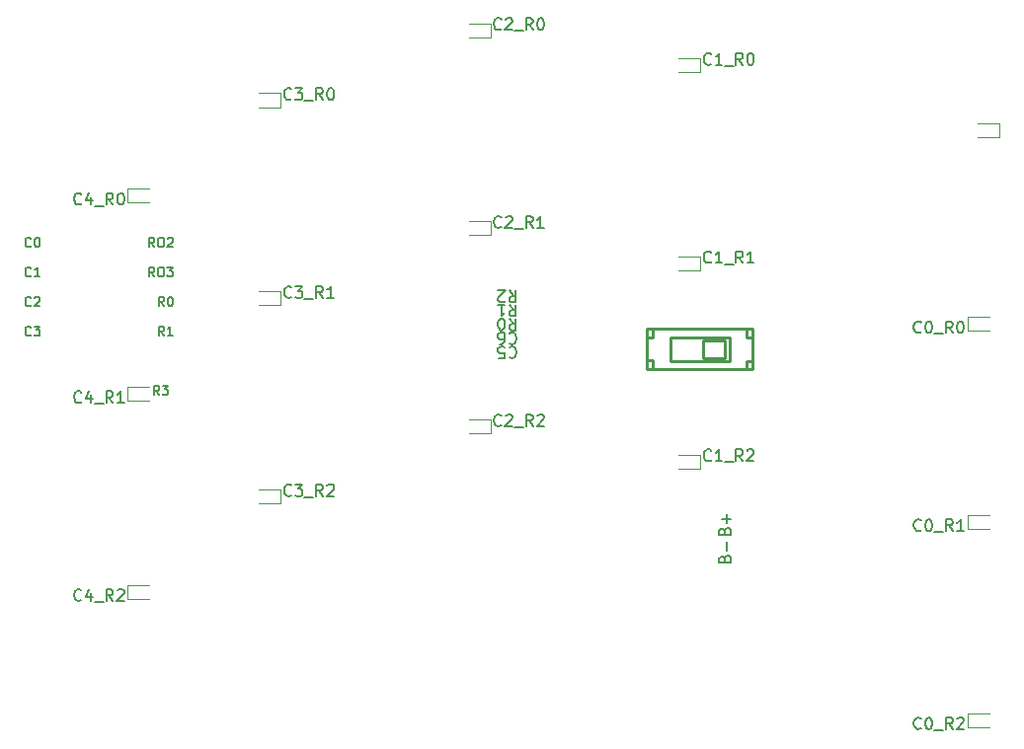
<source format=gbr>
%TF.GenerationSoftware,KiCad,Pcbnew,(7.0.0-0)*%
%TF.CreationDate,2023-06-16T13:30:14+08:00*%
%TF.ProjectId,right,72696768-742e-46b6-9963-61645f706362,v1.0.0*%
%TF.SameCoordinates,Original*%
%TF.FileFunction,Legend,Bot*%
%TF.FilePolarity,Positive*%
%FSLAX46Y46*%
G04 Gerber Fmt 4.6, Leading zero omitted, Abs format (unit mm)*
G04 Created by KiCad (PCBNEW (7.0.0-0)) date 2023-06-16 13:30:14*
%MOMM*%
%LPD*%
G01*
G04 APERTURE LIST*
%ADD10C,0.150000*%
%ADD11C,0.120000*%
%ADD12C,0.254000*%
G04 APERTURE END LIST*
D10*
%TO.C,S1*%
X-1523809Y30727857D02*
X-1571428Y30680238D01*
X-1571428Y30680238D02*
X-1714285Y30632619D01*
X-1714285Y30632619D02*
X-1809523Y30632619D01*
X-1809523Y30632619D02*
X-1952380Y30680238D01*
X-1952380Y30680238D02*
X-2047618Y30775476D01*
X-2047618Y30775476D02*
X-2095237Y30870714D01*
X-2095237Y30870714D02*
X-2142856Y31061190D01*
X-2142856Y31061190D02*
X-2142856Y31204047D01*
X-2142856Y31204047D02*
X-2095237Y31394523D01*
X-2095237Y31394523D02*
X-2047618Y31489761D01*
X-2047618Y31489761D02*
X-1952380Y31585000D01*
X-1952380Y31585000D02*
X-1809523Y31632619D01*
X-1809523Y31632619D02*
X-1714285Y31632619D01*
X-1714285Y31632619D02*
X-1571428Y31585000D01*
X-1571428Y31585000D02*
X-1523809Y31537380D01*
X-666666Y31299285D02*
X-666666Y30632619D01*
X-904761Y31680238D02*
X-1142856Y30965952D01*
X-1142856Y30965952D02*
X-523809Y30965952D01*
X-380952Y30537380D02*
X380952Y30537380D01*
X1190476Y30632619D02*
X857143Y31108809D01*
X619048Y30632619D02*
X619048Y31632619D01*
X619048Y31632619D02*
X1000000Y31632619D01*
X1000000Y31632619D02*
X1095238Y31585000D01*
X1095238Y31585000D02*
X1142857Y31537380D01*
X1142857Y31537380D02*
X1190476Y31442142D01*
X1190476Y31442142D02*
X1190476Y31299285D01*
X1190476Y31299285D02*
X1142857Y31204047D01*
X1142857Y31204047D02*
X1095238Y31156428D01*
X1095238Y31156428D02*
X1000000Y31108809D01*
X1000000Y31108809D02*
X619048Y31108809D01*
X1809524Y31632619D02*
X1904762Y31632619D01*
X1904762Y31632619D02*
X2000000Y31585000D01*
X2000000Y31585000D02*
X2047619Y31537380D01*
X2047619Y31537380D02*
X2095238Y31442142D01*
X2095238Y31442142D02*
X2142857Y31251666D01*
X2142857Y31251666D02*
X2142857Y31013571D01*
X2142857Y31013571D02*
X2095238Y30823095D01*
X2095238Y30823095D02*
X2047619Y30727857D01*
X2047619Y30727857D02*
X2000000Y30680238D01*
X2000000Y30680238D02*
X1904762Y30632619D01*
X1904762Y30632619D02*
X1809524Y30632619D01*
X1809524Y30632619D02*
X1714286Y30680238D01*
X1714286Y30680238D02*
X1666667Y30727857D01*
X1666667Y30727857D02*
X1619048Y30823095D01*
X1619048Y30823095D02*
X1571429Y31013571D01*
X1571429Y31013571D02*
X1571429Y31251666D01*
X1571429Y31251666D02*
X1619048Y31442142D01*
X1619048Y31442142D02*
X1666667Y31537380D01*
X1666667Y31537380D02*
X1714286Y31585000D01*
X1714286Y31585000D02*
X1809524Y31632619D01*
%TO.C,S2*%
X-1523809Y13727857D02*
X-1571428Y13680238D01*
X-1571428Y13680238D02*
X-1714285Y13632619D01*
X-1714285Y13632619D02*
X-1809523Y13632619D01*
X-1809523Y13632619D02*
X-1952380Y13680238D01*
X-1952380Y13680238D02*
X-2047618Y13775476D01*
X-2047618Y13775476D02*
X-2095237Y13870714D01*
X-2095237Y13870714D02*
X-2142856Y14061190D01*
X-2142856Y14061190D02*
X-2142856Y14204047D01*
X-2142856Y14204047D02*
X-2095237Y14394523D01*
X-2095237Y14394523D02*
X-2047618Y14489761D01*
X-2047618Y14489761D02*
X-1952380Y14585000D01*
X-1952380Y14585000D02*
X-1809523Y14632619D01*
X-1809523Y14632619D02*
X-1714285Y14632619D01*
X-1714285Y14632619D02*
X-1571428Y14585000D01*
X-1571428Y14585000D02*
X-1523809Y14537380D01*
X-666666Y14299285D02*
X-666666Y13632619D01*
X-904761Y14680238D02*
X-1142856Y13965952D01*
X-1142856Y13965952D02*
X-523809Y13965952D01*
X-380952Y13537380D02*
X380952Y13537380D01*
X1190476Y13632619D02*
X857143Y14108809D01*
X619048Y13632619D02*
X619048Y14632619D01*
X619048Y14632619D02*
X1000000Y14632619D01*
X1000000Y14632619D02*
X1095238Y14585000D01*
X1095238Y14585000D02*
X1142857Y14537380D01*
X1142857Y14537380D02*
X1190476Y14442142D01*
X1190476Y14442142D02*
X1190476Y14299285D01*
X1190476Y14299285D02*
X1142857Y14204047D01*
X1142857Y14204047D02*
X1095238Y14156428D01*
X1095238Y14156428D02*
X1000000Y14108809D01*
X1000000Y14108809D02*
X619048Y14108809D01*
X2142857Y13632619D02*
X1571429Y13632619D01*
X1857143Y13632619D02*
X1857143Y14632619D01*
X1857143Y14632619D02*
X1761905Y14489761D01*
X1761905Y14489761D02*
X1666667Y14394523D01*
X1666667Y14394523D02*
X1571429Y14346904D01*
%TO.C,MCU1*%
X-5833332Y27092285D02*
X-5871428Y27054190D01*
X-5871428Y27054190D02*
X-5985713Y27016095D01*
X-5985713Y27016095D02*
X-6061904Y27016095D01*
X-6061904Y27016095D02*
X-6176190Y27054190D01*
X-6176190Y27054190D02*
X-6252380Y27130380D01*
X-6252380Y27130380D02*
X-6290475Y27206571D01*
X-6290475Y27206571D02*
X-6328571Y27358952D01*
X-6328571Y27358952D02*
X-6328571Y27473238D01*
X-6328571Y27473238D02*
X-6290475Y27625619D01*
X-6290475Y27625619D02*
X-6252380Y27701809D01*
X-6252380Y27701809D02*
X-6176190Y27778000D01*
X-6176190Y27778000D02*
X-6061904Y27816095D01*
X-6061904Y27816095D02*
X-5985713Y27816095D01*
X-5985713Y27816095D02*
X-5871428Y27778000D01*
X-5871428Y27778000D02*
X-5833332Y27739904D01*
X-5338094Y27816095D02*
X-5261904Y27816095D01*
X-5261904Y27816095D02*
X-5185713Y27778000D01*
X-5185713Y27778000D02*
X-5147618Y27739904D01*
X-5147618Y27739904D02*
X-5109523Y27663714D01*
X-5109523Y27663714D02*
X-5071428Y27511333D01*
X-5071428Y27511333D02*
X-5071428Y27320857D01*
X-5071428Y27320857D02*
X-5109523Y27168476D01*
X-5109523Y27168476D02*
X-5147618Y27092285D01*
X-5147618Y27092285D02*
X-5185713Y27054190D01*
X-5185713Y27054190D02*
X-5261904Y27016095D01*
X-5261904Y27016095D02*
X-5338094Y27016095D01*
X-5338094Y27016095D02*
X-5414285Y27054190D01*
X-5414285Y27054190D02*
X-5452380Y27092285D01*
X-5452380Y27092285D02*
X-5490475Y27168476D01*
X-5490475Y27168476D02*
X-5528571Y27320857D01*
X-5528571Y27320857D02*
X-5528571Y27511333D01*
X-5528571Y27511333D02*
X-5490475Y27663714D01*
X-5490475Y27663714D02*
X-5452380Y27739904D01*
X-5452380Y27739904D02*
X-5414285Y27778000D01*
X-5414285Y27778000D02*
X-5338094Y27816095D01*
X-5833332Y24552285D02*
X-5871428Y24514190D01*
X-5871428Y24514190D02*
X-5985713Y24476095D01*
X-5985713Y24476095D02*
X-6061904Y24476095D01*
X-6061904Y24476095D02*
X-6176190Y24514190D01*
X-6176190Y24514190D02*
X-6252380Y24590380D01*
X-6252380Y24590380D02*
X-6290475Y24666571D01*
X-6290475Y24666571D02*
X-6328571Y24818952D01*
X-6328571Y24818952D02*
X-6328571Y24933238D01*
X-6328571Y24933238D02*
X-6290475Y25085619D01*
X-6290475Y25085619D02*
X-6252380Y25161809D01*
X-6252380Y25161809D02*
X-6176190Y25238000D01*
X-6176190Y25238000D02*
X-6061904Y25276095D01*
X-6061904Y25276095D02*
X-5985713Y25276095D01*
X-5985713Y25276095D02*
X-5871428Y25238000D01*
X-5871428Y25238000D02*
X-5833332Y25199904D01*
X-5071428Y24476095D02*
X-5528571Y24476095D01*
X-5299999Y24476095D02*
X-5299999Y25276095D01*
X-5299999Y25276095D02*
X-5376190Y25161809D01*
X-5376190Y25161809D02*
X-5452380Y25085619D01*
X-5452380Y25085619D02*
X-5528571Y25047523D01*
X-5833332Y22012285D02*
X-5871428Y21974190D01*
X-5871428Y21974190D02*
X-5985713Y21936095D01*
X-5985713Y21936095D02*
X-6061904Y21936095D01*
X-6061904Y21936095D02*
X-6176190Y21974190D01*
X-6176190Y21974190D02*
X-6252380Y22050380D01*
X-6252380Y22050380D02*
X-6290475Y22126571D01*
X-6290475Y22126571D02*
X-6328571Y22278952D01*
X-6328571Y22278952D02*
X-6328571Y22393238D01*
X-6328571Y22393238D02*
X-6290475Y22545619D01*
X-6290475Y22545619D02*
X-6252380Y22621809D01*
X-6252380Y22621809D02*
X-6176190Y22698000D01*
X-6176190Y22698000D02*
X-6061904Y22736095D01*
X-6061904Y22736095D02*
X-5985713Y22736095D01*
X-5985713Y22736095D02*
X-5871428Y22698000D01*
X-5871428Y22698000D02*
X-5833332Y22659904D01*
X-5528571Y22659904D02*
X-5490475Y22698000D01*
X-5490475Y22698000D02*
X-5414285Y22736095D01*
X-5414285Y22736095D02*
X-5223809Y22736095D01*
X-5223809Y22736095D02*
X-5147618Y22698000D01*
X-5147618Y22698000D02*
X-5109523Y22659904D01*
X-5109523Y22659904D02*
X-5071428Y22583714D01*
X-5071428Y22583714D02*
X-5071428Y22507523D01*
X-5071428Y22507523D02*
X-5109523Y22393238D01*
X-5109523Y22393238D02*
X-5566666Y21936095D01*
X-5566666Y21936095D02*
X-5071428Y21936095D01*
X-5833332Y19472285D02*
X-5871428Y19434190D01*
X-5871428Y19434190D02*
X-5985713Y19396095D01*
X-5985713Y19396095D02*
X-6061904Y19396095D01*
X-6061904Y19396095D02*
X-6176190Y19434190D01*
X-6176190Y19434190D02*
X-6252380Y19510380D01*
X-6252380Y19510380D02*
X-6290475Y19586571D01*
X-6290475Y19586571D02*
X-6328571Y19738952D01*
X-6328571Y19738952D02*
X-6328571Y19853238D01*
X-6328571Y19853238D02*
X-6290475Y20005619D01*
X-6290475Y20005619D02*
X-6252380Y20081809D01*
X-6252380Y20081809D02*
X-6176190Y20158000D01*
X-6176190Y20158000D02*
X-6061904Y20196095D01*
X-6061904Y20196095D02*
X-5985713Y20196095D01*
X-5985713Y20196095D02*
X-5871428Y20158000D01*
X-5871428Y20158000D02*
X-5833332Y20119904D01*
X-5566666Y20196095D02*
X-5071428Y20196095D01*
X-5071428Y20196095D02*
X-5338094Y19891333D01*
X-5338094Y19891333D02*
X-5223809Y19891333D01*
X-5223809Y19891333D02*
X-5147618Y19853238D01*
X-5147618Y19853238D02*
X-5109523Y19815142D01*
X-5109523Y19815142D02*
X-5071428Y19738952D01*
X-5071428Y19738952D02*
X-5071428Y19548476D01*
X-5071428Y19548476D02*
X-5109523Y19472285D01*
X-5109523Y19472285D02*
X-5147618Y19434190D01*
X-5147618Y19434190D02*
X-5223809Y19396095D01*
X-5223809Y19396095D02*
X-5452380Y19396095D01*
X-5452380Y19396095D02*
X-5528571Y19434190D01*
X-5528571Y19434190D02*
X-5566666Y19472285D01*
X4747619Y27016095D02*
X4480952Y27397047D01*
X4290476Y27016095D02*
X4290476Y27816095D01*
X4290476Y27816095D02*
X4595238Y27816095D01*
X4595238Y27816095D02*
X4671428Y27778000D01*
X4671428Y27778000D02*
X4709523Y27739904D01*
X4709523Y27739904D02*
X4747619Y27663714D01*
X4747619Y27663714D02*
X4747619Y27549428D01*
X4747619Y27549428D02*
X4709523Y27473238D01*
X4709523Y27473238D02*
X4671428Y27435142D01*
X4671428Y27435142D02*
X4595238Y27397047D01*
X4595238Y27397047D02*
X4290476Y27397047D01*
X5242857Y27816095D02*
X5395238Y27816095D01*
X5395238Y27816095D02*
X5471428Y27778000D01*
X5471428Y27778000D02*
X5547619Y27701809D01*
X5547619Y27701809D02*
X5585714Y27549428D01*
X5585714Y27549428D02*
X5585714Y27282761D01*
X5585714Y27282761D02*
X5547619Y27130380D01*
X5547619Y27130380D02*
X5471428Y27054190D01*
X5471428Y27054190D02*
X5395238Y27016095D01*
X5395238Y27016095D02*
X5242857Y27016095D01*
X5242857Y27016095D02*
X5166666Y27054190D01*
X5166666Y27054190D02*
X5090476Y27130380D01*
X5090476Y27130380D02*
X5052380Y27282761D01*
X5052380Y27282761D02*
X5052380Y27549428D01*
X5052380Y27549428D02*
X5090476Y27701809D01*
X5090476Y27701809D02*
X5166666Y27778000D01*
X5166666Y27778000D02*
X5242857Y27816095D01*
X5890475Y27739904D02*
X5928571Y27778000D01*
X5928571Y27778000D02*
X6004761Y27816095D01*
X6004761Y27816095D02*
X6195237Y27816095D01*
X6195237Y27816095D02*
X6271428Y27778000D01*
X6271428Y27778000D02*
X6309523Y27739904D01*
X6309523Y27739904D02*
X6347618Y27663714D01*
X6347618Y27663714D02*
X6347618Y27587523D01*
X6347618Y27587523D02*
X6309523Y27473238D01*
X6309523Y27473238D02*
X5852380Y27016095D01*
X5852380Y27016095D02*
X6347618Y27016095D01*
X4747619Y24476095D02*
X4480952Y24857047D01*
X4290476Y24476095D02*
X4290476Y25276095D01*
X4290476Y25276095D02*
X4595238Y25276095D01*
X4595238Y25276095D02*
X4671428Y25238000D01*
X4671428Y25238000D02*
X4709523Y25199904D01*
X4709523Y25199904D02*
X4747619Y25123714D01*
X4747619Y25123714D02*
X4747619Y25009428D01*
X4747619Y25009428D02*
X4709523Y24933238D01*
X4709523Y24933238D02*
X4671428Y24895142D01*
X4671428Y24895142D02*
X4595238Y24857047D01*
X4595238Y24857047D02*
X4290476Y24857047D01*
X5242857Y25276095D02*
X5395238Y25276095D01*
X5395238Y25276095D02*
X5471428Y25238000D01*
X5471428Y25238000D02*
X5547619Y25161809D01*
X5547619Y25161809D02*
X5585714Y25009428D01*
X5585714Y25009428D02*
X5585714Y24742761D01*
X5585714Y24742761D02*
X5547619Y24590380D01*
X5547619Y24590380D02*
X5471428Y24514190D01*
X5471428Y24514190D02*
X5395238Y24476095D01*
X5395238Y24476095D02*
X5242857Y24476095D01*
X5242857Y24476095D02*
X5166666Y24514190D01*
X5166666Y24514190D02*
X5090476Y24590380D01*
X5090476Y24590380D02*
X5052380Y24742761D01*
X5052380Y24742761D02*
X5052380Y25009428D01*
X5052380Y25009428D02*
X5090476Y25161809D01*
X5090476Y25161809D02*
X5166666Y25238000D01*
X5166666Y25238000D02*
X5242857Y25276095D01*
X5852380Y25276095D02*
X6347618Y25276095D01*
X6347618Y25276095D02*
X6080952Y24971333D01*
X6080952Y24971333D02*
X6195237Y24971333D01*
X6195237Y24971333D02*
X6271428Y24933238D01*
X6271428Y24933238D02*
X6309523Y24895142D01*
X6309523Y24895142D02*
X6347618Y24818952D01*
X6347618Y24818952D02*
X6347618Y24628476D01*
X6347618Y24628476D02*
X6309523Y24552285D01*
X6309523Y24552285D02*
X6271428Y24514190D01*
X6271428Y24514190D02*
X6195237Y24476095D01*
X6195237Y24476095D02*
X5966666Y24476095D01*
X5966666Y24476095D02*
X5890475Y24514190D01*
X5890475Y24514190D02*
X5852380Y24552285D01*
X5566667Y21936095D02*
X5300000Y22317047D01*
X5109524Y21936095D02*
X5109524Y22736095D01*
X5109524Y22736095D02*
X5414286Y22736095D01*
X5414286Y22736095D02*
X5490476Y22698000D01*
X5490476Y22698000D02*
X5528571Y22659904D01*
X5528571Y22659904D02*
X5566667Y22583714D01*
X5566667Y22583714D02*
X5566667Y22469428D01*
X5566667Y22469428D02*
X5528571Y22393238D01*
X5528571Y22393238D02*
X5490476Y22355142D01*
X5490476Y22355142D02*
X5414286Y22317047D01*
X5414286Y22317047D02*
X5109524Y22317047D01*
X6061905Y22736095D02*
X6138095Y22736095D01*
X6138095Y22736095D02*
X6214286Y22698000D01*
X6214286Y22698000D02*
X6252381Y22659904D01*
X6252381Y22659904D02*
X6290476Y22583714D01*
X6290476Y22583714D02*
X6328571Y22431333D01*
X6328571Y22431333D02*
X6328571Y22240857D01*
X6328571Y22240857D02*
X6290476Y22088476D01*
X6290476Y22088476D02*
X6252381Y22012285D01*
X6252381Y22012285D02*
X6214286Y21974190D01*
X6214286Y21974190D02*
X6138095Y21936095D01*
X6138095Y21936095D02*
X6061905Y21936095D01*
X6061905Y21936095D02*
X5985714Y21974190D01*
X5985714Y21974190D02*
X5947619Y22012285D01*
X5947619Y22012285D02*
X5909524Y22088476D01*
X5909524Y22088476D02*
X5871428Y22240857D01*
X5871428Y22240857D02*
X5871428Y22431333D01*
X5871428Y22431333D02*
X5909524Y22583714D01*
X5909524Y22583714D02*
X5947619Y22659904D01*
X5947619Y22659904D02*
X5985714Y22698000D01*
X5985714Y22698000D02*
X6061905Y22736095D01*
X5566667Y19396095D02*
X5300000Y19777047D01*
X5109524Y19396095D02*
X5109524Y20196095D01*
X5109524Y20196095D02*
X5414286Y20196095D01*
X5414286Y20196095D02*
X5490476Y20158000D01*
X5490476Y20158000D02*
X5528571Y20119904D01*
X5528571Y20119904D02*
X5566667Y20043714D01*
X5566667Y20043714D02*
X5566667Y19929428D01*
X5566667Y19929428D02*
X5528571Y19853238D01*
X5528571Y19853238D02*
X5490476Y19815142D01*
X5490476Y19815142D02*
X5414286Y19777047D01*
X5414286Y19777047D02*
X5109524Y19777047D01*
X6328571Y19396095D02*
X5871428Y19396095D01*
X6100000Y19396095D02*
X6100000Y20196095D01*
X6100000Y20196095D02*
X6023809Y20081809D01*
X6023809Y20081809D02*
X5947619Y20005619D01*
X5947619Y20005619D02*
X5871428Y19967523D01*
X5166667Y14316095D02*
X4900000Y14697047D01*
X4709524Y14316095D02*
X4709524Y15116095D01*
X4709524Y15116095D02*
X5014286Y15116095D01*
X5014286Y15116095D02*
X5090476Y15078000D01*
X5090476Y15078000D02*
X5128571Y15039904D01*
X5128571Y15039904D02*
X5166667Y14963714D01*
X5166667Y14963714D02*
X5166667Y14849428D01*
X5166667Y14849428D02*
X5128571Y14773238D01*
X5128571Y14773238D02*
X5090476Y14735142D01*
X5090476Y14735142D02*
X5014286Y14697047D01*
X5014286Y14697047D02*
X4709524Y14697047D01*
X5433333Y15116095D02*
X5928571Y15116095D01*
X5928571Y15116095D02*
X5661905Y14811333D01*
X5661905Y14811333D02*
X5776190Y14811333D01*
X5776190Y14811333D02*
X5852381Y14773238D01*
X5852381Y14773238D02*
X5890476Y14735142D01*
X5890476Y14735142D02*
X5928571Y14658952D01*
X5928571Y14658952D02*
X5928571Y14468476D01*
X5928571Y14468476D02*
X5890476Y14392285D01*
X5890476Y14392285D02*
X5852381Y14354190D01*
X5852381Y14354190D02*
X5776190Y14316095D01*
X5776190Y14316095D02*
X5547619Y14316095D01*
X5547619Y14316095D02*
X5471428Y14354190D01*
X5471428Y14354190D02*
X5433333Y14392285D01*
%TO.C,JB1*%
X53643571Y2652381D02*
X53691190Y2795238D01*
X53691190Y2795238D02*
X53738809Y2842857D01*
X53738809Y2842857D02*
X53834047Y2890476D01*
X53834047Y2890476D02*
X53976904Y2890476D01*
X53976904Y2890476D02*
X54072142Y2842857D01*
X54072142Y2842857D02*
X54119761Y2795238D01*
X54119761Y2795238D02*
X54167380Y2700000D01*
X54167380Y2700000D02*
X54167380Y2319048D01*
X54167380Y2319048D02*
X53167380Y2319048D01*
X53167380Y2319048D02*
X53167380Y2652381D01*
X53167380Y2652381D02*
X53215000Y2747619D01*
X53215000Y2747619D02*
X53262619Y2795238D01*
X53262619Y2795238D02*
X53357857Y2842857D01*
X53357857Y2842857D02*
X53453095Y2842857D01*
X53453095Y2842857D02*
X53548333Y2795238D01*
X53548333Y2795238D02*
X53595952Y2747619D01*
X53595952Y2747619D02*
X53643571Y2652381D01*
X53643571Y2652381D02*
X53643571Y2319048D01*
X53786428Y3319048D02*
X53786428Y4080953D01*
X54167380Y3700000D02*
X53405476Y3700000D01*
X53643571Y252381D02*
X53691190Y395238D01*
X53691190Y395238D02*
X53738809Y442857D01*
X53738809Y442857D02*
X53834047Y490476D01*
X53834047Y490476D02*
X53976904Y490476D01*
X53976904Y490476D02*
X54072142Y442857D01*
X54072142Y442857D02*
X54119761Y395238D01*
X54119761Y395238D02*
X54167380Y300000D01*
X54167380Y300000D02*
X54167380Y-80951D01*
X54167380Y-80951D02*
X53167380Y-80951D01*
X53167380Y-80951D02*
X53167380Y252381D01*
X53167380Y252381D02*
X53215000Y347619D01*
X53215000Y347619D02*
X53262619Y395238D01*
X53262619Y395238D02*
X53357857Y442857D01*
X53357857Y442857D02*
X53453095Y442857D01*
X53453095Y442857D02*
X53548333Y395238D01*
X53548333Y395238D02*
X53595952Y347619D01*
X53595952Y347619D02*
X53643571Y252381D01*
X53643571Y252381D02*
X53643571Y-80951D01*
X53786428Y919048D02*
X53786428Y1680953D01*
%TO.C,JC1*%
X35166666Y23267380D02*
X35499999Y22791190D01*
X35738094Y23267380D02*
X35738094Y22267380D01*
X35738094Y22267380D02*
X35357142Y22267380D01*
X35357142Y22267380D02*
X35261904Y22315000D01*
X35261904Y22315000D02*
X35214285Y22362619D01*
X35214285Y22362619D02*
X35166666Y22457857D01*
X35166666Y22457857D02*
X35166666Y22600714D01*
X35166666Y22600714D02*
X35214285Y22695952D01*
X35214285Y22695952D02*
X35261904Y22743571D01*
X35261904Y22743571D02*
X35357142Y22791190D01*
X35357142Y22791190D02*
X35738094Y22791190D01*
X34785713Y22362619D02*
X34738094Y22315000D01*
X34738094Y22315000D02*
X34642856Y22267380D01*
X34642856Y22267380D02*
X34404761Y22267380D01*
X34404761Y22267380D02*
X34309523Y22315000D01*
X34309523Y22315000D02*
X34261904Y22362619D01*
X34261904Y22362619D02*
X34214285Y22457857D01*
X34214285Y22457857D02*
X34214285Y22553095D01*
X34214285Y22553095D02*
X34261904Y22695952D01*
X34261904Y22695952D02*
X34833332Y23267380D01*
X34833332Y23267380D02*
X34214285Y23267380D01*
X35166666Y22067380D02*
X35499999Y21591190D01*
X35738094Y22067380D02*
X35738094Y21067380D01*
X35738094Y21067380D02*
X35357142Y21067380D01*
X35357142Y21067380D02*
X35261904Y21115000D01*
X35261904Y21115000D02*
X35214285Y21162619D01*
X35214285Y21162619D02*
X35166666Y21257857D01*
X35166666Y21257857D02*
X35166666Y21400714D01*
X35166666Y21400714D02*
X35214285Y21495952D01*
X35214285Y21495952D02*
X35261904Y21543571D01*
X35261904Y21543571D02*
X35357142Y21591190D01*
X35357142Y21591190D02*
X35738094Y21591190D01*
X34214285Y22067380D02*
X34785713Y22067380D01*
X34499999Y22067380D02*
X34499999Y21067380D01*
X34499999Y21067380D02*
X34595237Y21210238D01*
X34595237Y21210238D02*
X34690475Y21305476D01*
X34690475Y21305476D02*
X34785713Y21353095D01*
X35166666Y20867380D02*
X35499999Y20391190D01*
X35738094Y20867380D02*
X35738094Y19867380D01*
X35738094Y19867380D02*
X35357142Y19867380D01*
X35357142Y19867380D02*
X35261904Y19915000D01*
X35261904Y19915000D02*
X35214285Y19962619D01*
X35214285Y19962619D02*
X35166666Y20057857D01*
X35166666Y20057857D02*
X35166666Y20200714D01*
X35166666Y20200714D02*
X35214285Y20295952D01*
X35214285Y20295952D02*
X35261904Y20343571D01*
X35261904Y20343571D02*
X35357142Y20391190D01*
X35357142Y20391190D02*
X35738094Y20391190D01*
X34547618Y19867380D02*
X34452380Y19867380D01*
X34452380Y19867380D02*
X34357142Y19915000D01*
X34357142Y19915000D02*
X34309523Y19962619D01*
X34309523Y19962619D02*
X34261904Y20057857D01*
X34261904Y20057857D02*
X34214285Y20248333D01*
X34214285Y20248333D02*
X34214285Y20486428D01*
X34214285Y20486428D02*
X34261904Y20676904D01*
X34261904Y20676904D02*
X34309523Y20772142D01*
X34309523Y20772142D02*
X34357142Y20819761D01*
X34357142Y20819761D02*
X34452380Y20867380D01*
X34452380Y20867380D02*
X34547618Y20867380D01*
X34547618Y20867380D02*
X34642856Y20819761D01*
X34642856Y20819761D02*
X34690475Y20772142D01*
X34690475Y20772142D02*
X34738094Y20676904D01*
X34738094Y20676904D02*
X34785713Y20486428D01*
X34785713Y20486428D02*
X34785713Y20248333D01*
X34785713Y20248333D02*
X34738094Y20057857D01*
X34738094Y20057857D02*
X34690475Y19962619D01*
X34690475Y19962619D02*
X34642856Y19915000D01*
X34642856Y19915000D02*
X34547618Y19867380D01*
X35166666Y19572142D02*
X35214285Y19619761D01*
X35214285Y19619761D02*
X35357142Y19667380D01*
X35357142Y19667380D02*
X35452380Y19667380D01*
X35452380Y19667380D02*
X35595237Y19619761D01*
X35595237Y19619761D02*
X35690475Y19524523D01*
X35690475Y19524523D02*
X35738094Y19429285D01*
X35738094Y19429285D02*
X35785713Y19238809D01*
X35785713Y19238809D02*
X35785713Y19095952D01*
X35785713Y19095952D02*
X35738094Y18905476D01*
X35738094Y18905476D02*
X35690475Y18810238D01*
X35690475Y18810238D02*
X35595237Y18715000D01*
X35595237Y18715000D02*
X35452380Y18667380D01*
X35452380Y18667380D02*
X35357142Y18667380D01*
X35357142Y18667380D02*
X35214285Y18715000D01*
X35214285Y18715000D02*
X35166666Y18762619D01*
X34309523Y18667380D02*
X34499999Y18667380D01*
X34499999Y18667380D02*
X34595237Y18715000D01*
X34595237Y18715000D02*
X34642856Y18762619D01*
X34642856Y18762619D02*
X34738094Y18905476D01*
X34738094Y18905476D02*
X34785713Y19095952D01*
X34785713Y19095952D02*
X34785713Y19476904D01*
X34785713Y19476904D02*
X34738094Y19572142D01*
X34738094Y19572142D02*
X34690475Y19619761D01*
X34690475Y19619761D02*
X34595237Y19667380D01*
X34595237Y19667380D02*
X34404761Y19667380D01*
X34404761Y19667380D02*
X34309523Y19619761D01*
X34309523Y19619761D02*
X34261904Y19572142D01*
X34261904Y19572142D02*
X34214285Y19476904D01*
X34214285Y19476904D02*
X34214285Y19238809D01*
X34214285Y19238809D02*
X34261904Y19143571D01*
X34261904Y19143571D02*
X34309523Y19095952D01*
X34309523Y19095952D02*
X34404761Y19048333D01*
X34404761Y19048333D02*
X34595237Y19048333D01*
X34595237Y19048333D02*
X34690475Y19095952D01*
X34690475Y19095952D02*
X34738094Y19143571D01*
X34738094Y19143571D02*
X34785713Y19238809D01*
X35166666Y18372142D02*
X35214285Y18419761D01*
X35214285Y18419761D02*
X35357142Y18467380D01*
X35357142Y18467380D02*
X35452380Y18467380D01*
X35452380Y18467380D02*
X35595237Y18419761D01*
X35595237Y18419761D02*
X35690475Y18324523D01*
X35690475Y18324523D02*
X35738094Y18229285D01*
X35738094Y18229285D02*
X35785713Y18038809D01*
X35785713Y18038809D02*
X35785713Y17895952D01*
X35785713Y17895952D02*
X35738094Y17705476D01*
X35738094Y17705476D02*
X35690475Y17610238D01*
X35690475Y17610238D02*
X35595237Y17515000D01*
X35595237Y17515000D02*
X35452380Y17467380D01*
X35452380Y17467380D02*
X35357142Y17467380D01*
X35357142Y17467380D02*
X35214285Y17515000D01*
X35214285Y17515000D02*
X35166666Y17562619D01*
X34261904Y17467380D02*
X34738094Y17467380D01*
X34738094Y17467380D02*
X34785713Y17943571D01*
X34785713Y17943571D02*
X34738094Y17895952D01*
X34738094Y17895952D02*
X34642856Y17848333D01*
X34642856Y17848333D02*
X34404761Y17848333D01*
X34404761Y17848333D02*
X34309523Y17895952D01*
X34309523Y17895952D02*
X34261904Y17943571D01*
X34261904Y17943571D02*
X34214285Y18038809D01*
X34214285Y18038809D02*
X34214285Y18276904D01*
X34214285Y18276904D02*
X34261904Y18372142D01*
X34261904Y18372142D02*
X34309523Y18419761D01*
X34309523Y18419761D02*
X34404761Y18467380D01*
X34404761Y18467380D02*
X34642856Y18467380D01*
X34642856Y18467380D02*
X34738094Y18419761D01*
X34738094Y18419761D02*
X34785713Y18372142D01*
%TO.C,S3*%
X70476190Y19727857D02*
X70428571Y19680238D01*
X70428571Y19680238D02*
X70285714Y19632619D01*
X70285714Y19632619D02*
X70190476Y19632619D01*
X70190476Y19632619D02*
X70047619Y19680238D01*
X70047619Y19680238D02*
X69952381Y19775476D01*
X69952381Y19775476D02*
X69904762Y19870714D01*
X69904762Y19870714D02*
X69857143Y20061190D01*
X69857143Y20061190D02*
X69857143Y20204047D01*
X69857143Y20204047D02*
X69904762Y20394523D01*
X69904762Y20394523D02*
X69952381Y20489761D01*
X69952381Y20489761D02*
X70047619Y20585000D01*
X70047619Y20585000D02*
X70190476Y20632619D01*
X70190476Y20632619D02*
X70285714Y20632619D01*
X70285714Y20632619D02*
X70428571Y20585000D01*
X70428571Y20585000D02*
X70476190Y20537380D01*
X71095238Y20632619D02*
X71190476Y20632619D01*
X71190476Y20632619D02*
X71285714Y20585000D01*
X71285714Y20585000D02*
X71333333Y20537380D01*
X71333333Y20537380D02*
X71380952Y20442142D01*
X71380952Y20442142D02*
X71428571Y20251666D01*
X71428571Y20251666D02*
X71428571Y20013571D01*
X71428571Y20013571D02*
X71380952Y19823095D01*
X71380952Y19823095D02*
X71333333Y19727857D01*
X71333333Y19727857D02*
X71285714Y19680238D01*
X71285714Y19680238D02*
X71190476Y19632619D01*
X71190476Y19632619D02*
X71095238Y19632619D01*
X71095238Y19632619D02*
X71000000Y19680238D01*
X71000000Y19680238D02*
X70952381Y19727857D01*
X70952381Y19727857D02*
X70904762Y19823095D01*
X70904762Y19823095D02*
X70857143Y20013571D01*
X70857143Y20013571D02*
X70857143Y20251666D01*
X70857143Y20251666D02*
X70904762Y20442142D01*
X70904762Y20442142D02*
X70952381Y20537380D01*
X70952381Y20537380D02*
X71000000Y20585000D01*
X71000000Y20585000D02*
X71095238Y20632619D01*
X71619048Y19537380D02*
X72380952Y19537380D01*
X73190476Y19632619D02*
X72857143Y20108809D01*
X72619048Y19632619D02*
X72619048Y20632619D01*
X72619048Y20632619D02*
X73000000Y20632619D01*
X73000000Y20632619D02*
X73095238Y20585000D01*
X73095238Y20585000D02*
X73142857Y20537380D01*
X73142857Y20537380D02*
X73190476Y20442142D01*
X73190476Y20442142D02*
X73190476Y20299285D01*
X73190476Y20299285D02*
X73142857Y20204047D01*
X73142857Y20204047D02*
X73095238Y20156428D01*
X73095238Y20156428D02*
X73000000Y20108809D01*
X73000000Y20108809D02*
X72619048Y20108809D01*
X73809524Y20632619D02*
X73904762Y20632619D01*
X73904762Y20632619D02*
X74000000Y20585000D01*
X74000000Y20585000D02*
X74047619Y20537380D01*
X74047619Y20537380D02*
X74095238Y20442142D01*
X74095238Y20442142D02*
X74142857Y20251666D01*
X74142857Y20251666D02*
X74142857Y20013571D01*
X74142857Y20013571D02*
X74095238Y19823095D01*
X74095238Y19823095D02*
X74047619Y19727857D01*
X74047619Y19727857D02*
X74000000Y19680238D01*
X74000000Y19680238D02*
X73904762Y19632619D01*
X73904762Y19632619D02*
X73809524Y19632619D01*
X73809524Y19632619D02*
X73714286Y19680238D01*
X73714286Y19680238D02*
X73666667Y19727857D01*
X73666667Y19727857D02*
X73619048Y19823095D01*
X73619048Y19823095D02*
X73571429Y20013571D01*
X73571429Y20013571D02*
X73571429Y20251666D01*
X73571429Y20251666D02*
X73619048Y20442142D01*
X73619048Y20442142D02*
X73666667Y20537380D01*
X73666667Y20537380D02*
X73714286Y20585000D01*
X73714286Y20585000D02*
X73809524Y20632619D01*
%TO.C,S4*%
X70476190Y2727857D02*
X70428571Y2680238D01*
X70428571Y2680238D02*
X70285714Y2632619D01*
X70285714Y2632619D02*
X70190476Y2632619D01*
X70190476Y2632619D02*
X70047619Y2680238D01*
X70047619Y2680238D02*
X69952381Y2775476D01*
X69952381Y2775476D02*
X69904762Y2870714D01*
X69904762Y2870714D02*
X69857143Y3061190D01*
X69857143Y3061190D02*
X69857143Y3204047D01*
X69857143Y3204047D02*
X69904762Y3394523D01*
X69904762Y3394523D02*
X69952381Y3489761D01*
X69952381Y3489761D02*
X70047619Y3585000D01*
X70047619Y3585000D02*
X70190476Y3632619D01*
X70190476Y3632619D02*
X70285714Y3632619D01*
X70285714Y3632619D02*
X70428571Y3585000D01*
X70428571Y3585000D02*
X70476190Y3537380D01*
X71095238Y3632619D02*
X71190476Y3632619D01*
X71190476Y3632619D02*
X71285714Y3585000D01*
X71285714Y3585000D02*
X71333333Y3537380D01*
X71333333Y3537380D02*
X71380952Y3442142D01*
X71380952Y3442142D02*
X71428571Y3251666D01*
X71428571Y3251666D02*
X71428571Y3013571D01*
X71428571Y3013571D02*
X71380952Y2823095D01*
X71380952Y2823095D02*
X71333333Y2727857D01*
X71333333Y2727857D02*
X71285714Y2680238D01*
X71285714Y2680238D02*
X71190476Y2632619D01*
X71190476Y2632619D02*
X71095238Y2632619D01*
X71095238Y2632619D02*
X71000000Y2680238D01*
X71000000Y2680238D02*
X70952381Y2727857D01*
X70952381Y2727857D02*
X70904762Y2823095D01*
X70904762Y2823095D02*
X70857143Y3013571D01*
X70857143Y3013571D02*
X70857143Y3251666D01*
X70857143Y3251666D02*
X70904762Y3442142D01*
X70904762Y3442142D02*
X70952381Y3537380D01*
X70952381Y3537380D02*
X71000000Y3585000D01*
X71000000Y3585000D02*
X71095238Y3632619D01*
X71619048Y2537380D02*
X72380952Y2537380D01*
X73190476Y2632619D02*
X72857143Y3108809D01*
X72619048Y2632619D02*
X72619048Y3632619D01*
X72619048Y3632619D02*
X73000000Y3632619D01*
X73000000Y3632619D02*
X73095238Y3585000D01*
X73095238Y3585000D02*
X73142857Y3537380D01*
X73142857Y3537380D02*
X73190476Y3442142D01*
X73190476Y3442142D02*
X73190476Y3299285D01*
X73190476Y3299285D02*
X73142857Y3204047D01*
X73142857Y3204047D02*
X73095238Y3156428D01*
X73095238Y3156428D02*
X73000000Y3108809D01*
X73000000Y3108809D02*
X72619048Y3108809D01*
X74142857Y2632619D02*
X73571429Y2632619D01*
X73857143Y2632619D02*
X73857143Y3632619D01*
X73857143Y3632619D02*
X73761905Y3489761D01*
X73761905Y3489761D02*
X73666667Y3394523D01*
X73666667Y3394523D02*
X73571429Y3346904D01*
%TO.C,S5*%
X70476190Y-14272142D02*
X70428571Y-14319761D01*
X70428571Y-14319761D02*
X70285714Y-14367380D01*
X70285714Y-14367380D02*
X70190476Y-14367380D01*
X70190476Y-14367380D02*
X70047619Y-14319761D01*
X70047619Y-14319761D02*
X69952381Y-14224523D01*
X69952381Y-14224523D02*
X69904762Y-14129285D01*
X69904762Y-14129285D02*
X69857143Y-13938809D01*
X69857143Y-13938809D02*
X69857143Y-13795952D01*
X69857143Y-13795952D02*
X69904762Y-13605476D01*
X69904762Y-13605476D02*
X69952381Y-13510238D01*
X69952381Y-13510238D02*
X70047619Y-13415000D01*
X70047619Y-13415000D02*
X70190476Y-13367380D01*
X70190476Y-13367380D02*
X70285714Y-13367380D01*
X70285714Y-13367380D02*
X70428571Y-13415000D01*
X70428571Y-13415000D02*
X70476190Y-13462619D01*
X71095238Y-13367380D02*
X71190476Y-13367380D01*
X71190476Y-13367380D02*
X71285714Y-13415000D01*
X71285714Y-13415000D02*
X71333333Y-13462619D01*
X71333333Y-13462619D02*
X71380952Y-13557857D01*
X71380952Y-13557857D02*
X71428571Y-13748333D01*
X71428571Y-13748333D02*
X71428571Y-13986428D01*
X71428571Y-13986428D02*
X71380952Y-14176904D01*
X71380952Y-14176904D02*
X71333333Y-14272142D01*
X71333333Y-14272142D02*
X71285714Y-14319761D01*
X71285714Y-14319761D02*
X71190476Y-14367380D01*
X71190476Y-14367380D02*
X71095238Y-14367380D01*
X71095238Y-14367380D02*
X71000000Y-14319761D01*
X71000000Y-14319761D02*
X70952381Y-14272142D01*
X70952381Y-14272142D02*
X70904762Y-14176904D01*
X70904762Y-14176904D02*
X70857143Y-13986428D01*
X70857143Y-13986428D02*
X70857143Y-13748333D01*
X70857143Y-13748333D02*
X70904762Y-13557857D01*
X70904762Y-13557857D02*
X70952381Y-13462619D01*
X70952381Y-13462619D02*
X71000000Y-13415000D01*
X71000000Y-13415000D02*
X71095238Y-13367380D01*
X71619048Y-14462619D02*
X72380952Y-14462619D01*
X73190476Y-14367380D02*
X72857143Y-13891190D01*
X72619048Y-14367380D02*
X72619048Y-13367380D01*
X72619048Y-13367380D02*
X73000000Y-13367380D01*
X73000000Y-13367380D02*
X73095238Y-13415000D01*
X73095238Y-13415000D02*
X73142857Y-13462619D01*
X73142857Y-13462619D02*
X73190476Y-13557857D01*
X73190476Y-13557857D02*
X73190476Y-13700714D01*
X73190476Y-13700714D02*
X73142857Y-13795952D01*
X73142857Y-13795952D02*
X73095238Y-13843571D01*
X73095238Y-13843571D02*
X73000000Y-13891190D01*
X73000000Y-13891190D02*
X72619048Y-13891190D01*
X73571429Y-13462619D02*
X73619048Y-13415000D01*
X73619048Y-13415000D02*
X73714286Y-13367380D01*
X73714286Y-13367380D02*
X73952381Y-13367380D01*
X73952381Y-13367380D02*
X74047619Y-13415000D01*
X74047619Y-13415000D02*
X74095238Y-13462619D01*
X74095238Y-13462619D02*
X74142857Y-13557857D01*
X74142857Y-13557857D02*
X74142857Y-13653095D01*
X74142857Y-13653095D02*
X74095238Y-13795952D01*
X74095238Y-13795952D02*
X73523810Y-14367380D01*
X73523810Y-14367380D02*
X74142857Y-14367380D01*
%TO.C,S6*%
X52476190Y42727857D02*
X52428571Y42680238D01*
X52428571Y42680238D02*
X52285714Y42632619D01*
X52285714Y42632619D02*
X52190476Y42632619D01*
X52190476Y42632619D02*
X52047619Y42680238D01*
X52047619Y42680238D02*
X51952381Y42775476D01*
X51952381Y42775476D02*
X51904762Y42870714D01*
X51904762Y42870714D02*
X51857143Y43061190D01*
X51857143Y43061190D02*
X51857143Y43204047D01*
X51857143Y43204047D02*
X51904762Y43394523D01*
X51904762Y43394523D02*
X51952381Y43489761D01*
X51952381Y43489761D02*
X52047619Y43585000D01*
X52047619Y43585000D02*
X52190476Y43632619D01*
X52190476Y43632619D02*
X52285714Y43632619D01*
X52285714Y43632619D02*
X52428571Y43585000D01*
X52428571Y43585000D02*
X52476190Y43537380D01*
X53428571Y42632619D02*
X52857143Y42632619D01*
X53142857Y42632619D02*
X53142857Y43632619D01*
X53142857Y43632619D02*
X53047619Y43489761D01*
X53047619Y43489761D02*
X52952381Y43394523D01*
X52952381Y43394523D02*
X52857143Y43346904D01*
X53619048Y42537380D02*
X54380952Y42537380D01*
X55190476Y42632619D02*
X54857143Y43108809D01*
X54619048Y42632619D02*
X54619048Y43632619D01*
X54619048Y43632619D02*
X55000000Y43632619D01*
X55000000Y43632619D02*
X55095238Y43585000D01*
X55095238Y43585000D02*
X55142857Y43537380D01*
X55142857Y43537380D02*
X55190476Y43442142D01*
X55190476Y43442142D02*
X55190476Y43299285D01*
X55190476Y43299285D02*
X55142857Y43204047D01*
X55142857Y43204047D02*
X55095238Y43156428D01*
X55095238Y43156428D02*
X55000000Y43108809D01*
X55000000Y43108809D02*
X54619048Y43108809D01*
X55809524Y43632619D02*
X55904762Y43632619D01*
X55904762Y43632619D02*
X56000000Y43585000D01*
X56000000Y43585000D02*
X56047619Y43537380D01*
X56047619Y43537380D02*
X56095238Y43442142D01*
X56095238Y43442142D02*
X56142857Y43251666D01*
X56142857Y43251666D02*
X56142857Y43013571D01*
X56142857Y43013571D02*
X56095238Y42823095D01*
X56095238Y42823095D02*
X56047619Y42727857D01*
X56047619Y42727857D02*
X56000000Y42680238D01*
X56000000Y42680238D02*
X55904762Y42632619D01*
X55904762Y42632619D02*
X55809524Y42632619D01*
X55809524Y42632619D02*
X55714286Y42680238D01*
X55714286Y42680238D02*
X55666667Y42727857D01*
X55666667Y42727857D02*
X55619048Y42823095D01*
X55619048Y42823095D02*
X55571429Y43013571D01*
X55571429Y43013571D02*
X55571429Y43251666D01*
X55571429Y43251666D02*
X55619048Y43442142D01*
X55619048Y43442142D02*
X55666667Y43537380D01*
X55666667Y43537380D02*
X55714286Y43585000D01*
X55714286Y43585000D02*
X55809524Y43632619D01*
%TO.C,S7*%
X52476190Y25727857D02*
X52428571Y25680238D01*
X52428571Y25680238D02*
X52285714Y25632619D01*
X52285714Y25632619D02*
X52190476Y25632619D01*
X52190476Y25632619D02*
X52047619Y25680238D01*
X52047619Y25680238D02*
X51952381Y25775476D01*
X51952381Y25775476D02*
X51904762Y25870714D01*
X51904762Y25870714D02*
X51857143Y26061190D01*
X51857143Y26061190D02*
X51857143Y26204047D01*
X51857143Y26204047D02*
X51904762Y26394523D01*
X51904762Y26394523D02*
X51952381Y26489761D01*
X51952381Y26489761D02*
X52047619Y26585000D01*
X52047619Y26585000D02*
X52190476Y26632619D01*
X52190476Y26632619D02*
X52285714Y26632619D01*
X52285714Y26632619D02*
X52428571Y26585000D01*
X52428571Y26585000D02*
X52476190Y26537380D01*
X53428571Y25632619D02*
X52857143Y25632619D01*
X53142857Y25632619D02*
X53142857Y26632619D01*
X53142857Y26632619D02*
X53047619Y26489761D01*
X53047619Y26489761D02*
X52952381Y26394523D01*
X52952381Y26394523D02*
X52857143Y26346904D01*
X53619048Y25537380D02*
X54380952Y25537380D01*
X55190476Y25632619D02*
X54857143Y26108809D01*
X54619048Y25632619D02*
X54619048Y26632619D01*
X54619048Y26632619D02*
X55000000Y26632619D01*
X55000000Y26632619D02*
X55095238Y26585000D01*
X55095238Y26585000D02*
X55142857Y26537380D01*
X55142857Y26537380D02*
X55190476Y26442142D01*
X55190476Y26442142D02*
X55190476Y26299285D01*
X55190476Y26299285D02*
X55142857Y26204047D01*
X55142857Y26204047D02*
X55095238Y26156428D01*
X55095238Y26156428D02*
X55000000Y26108809D01*
X55000000Y26108809D02*
X54619048Y26108809D01*
X56142857Y25632619D02*
X55571429Y25632619D01*
X55857143Y25632619D02*
X55857143Y26632619D01*
X55857143Y26632619D02*
X55761905Y26489761D01*
X55761905Y26489761D02*
X55666667Y26394523D01*
X55666667Y26394523D02*
X55571429Y26346904D01*
%TO.C,S8*%
X52476190Y8727857D02*
X52428571Y8680238D01*
X52428571Y8680238D02*
X52285714Y8632619D01*
X52285714Y8632619D02*
X52190476Y8632619D01*
X52190476Y8632619D02*
X52047619Y8680238D01*
X52047619Y8680238D02*
X51952381Y8775476D01*
X51952381Y8775476D02*
X51904762Y8870714D01*
X51904762Y8870714D02*
X51857143Y9061190D01*
X51857143Y9061190D02*
X51857143Y9204047D01*
X51857143Y9204047D02*
X51904762Y9394523D01*
X51904762Y9394523D02*
X51952381Y9489761D01*
X51952381Y9489761D02*
X52047619Y9585000D01*
X52047619Y9585000D02*
X52190476Y9632619D01*
X52190476Y9632619D02*
X52285714Y9632619D01*
X52285714Y9632619D02*
X52428571Y9585000D01*
X52428571Y9585000D02*
X52476190Y9537380D01*
X53428571Y8632619D02*
X52857143Y8632619D01*
X53142857Y8632619D02*
X53142857Y9632619D01*
X53142857Y9632619D02*
X53047619Y9489761D01*
X53047619Y9489761D02*
X52952381Y9394523D01*
X52952381Y9394523D02*
X52857143Y9346904D01*
X53619048Y8537380D02*
X54380952Y8537380D01*
X55190476Y8632619D02*
X54857143Y9108809D01*
X54619048Y8632619D02*
X54619048Y9632619D01*
X54619048Y9632619D02*
X55000000Y9632619D01*
X55000000Y9632619D02*
X55095238Y9585000D01*
X55095238Y9585000D02*
X55142857Y9537380D01*
X55142857Y9537380D02*
X55190476Y9442142D01*
X55190476Y9442142D02*
X55190476Y9299285D01*
X55190476Y9299285D02*
X55142857Y9204047D01*
X55142857Y9204047D02*
X55095238Y9156428D01*
X55095238Y9156428D02*
X55000000Y9108809D01*
X55000000Y9108809D02*
X54619048Y9108809D01*
X55571429Y9537380D02*
X55619048Y9585000D01*
X55619048Y9585000D02*
X55714286Y9632619D01*
X55714286Y9632619D02*
X55952381Y9632619D01*
X55952381Y9632619D02*
X56047619Y9585000D01*
X56047619Y9585000D02*
X56095238Y9537380D01*
X56095238Y9537380D02*
X56142857Y9442142D01*
X56142857Y9442142D02*
X56142857Y9346904D01*
X56142857Y9346904D02*
X56095238Y9204047D01*
X56095238Y9204047D02*
X55523810Y8632619D01*
X55523810Y8632619D02*
X56142857Y8632619D01*
%TO.C,S9*%
X34476190Y45727857D02*
X34428571Y45680238D01*
X34428571Y45680238D02*
X34285714Y45632619D01*
X34285714Y45632619D02*
X34190476Y45632619D01*
X34190476Y45632619D02*
X34047619Y45680238D01*
X34047619Y45680238D02*
X33952381Y45775476D01*
X33952381Y45775476D02*
X33904762Y45870714D01*
X33904762Y45870714D02*
X33857143Y46061190D01*
X33857143Y46061190D02*
X33857143Y46204047D01*
X33857143Y46204047D02*
X33904762Y46394523D01*
X33904762Y46394523D02*
X33952381Y46489761D01*
X33952381Y46489761D02*
X34047619Y46585000D01*
X34047619Y46585000D02*
X34190476Y46632619D01*
X34190476Y46632619D02*
X34285714Y46632619D01*
X34285714Y46632619D02*
X34428571Y46585000D01*
X34428571Y46585000D02*
X34476190Y46537380D01*
X34857143Y46537380D02*
X34904762Y46585000D01*
X34904762Y46585000D02*
X35000000Y46632619D01*
X35000000Y46632619D02*
X35238095Y46632619D01*
X35238095Y46632619D02*
X35333333Y46585000D01*
X35333333Y46585000D02*
X35380952Y46537380D01*
X35380952Y46537380D02*
X35428571Y46442142D01*
X35428571Y46442142D02*
X35428571Y46346904D01*
X35428571Y46346904D02*
X35380952Y46204047D01*
X35380952Y46204047D02*
X34809524Y45632619D01*
X34809524Y45632619D02*
X35428571Y45632619D01*
X35619048Y45537380D02*
X36380952Y45537380D01*
X37190476Y45632619D02*
X36857143Y46108809D01*
X36619048Y45632619D02*
X36619048Y46632619D01*
X36619048Y46632619D02*
X37000000Y46632619D01*
X37000000Y46632619D02*
X37095238Y46585000D01*
X37095238Y46585000D02*
X37142857Y46537380D01*
X37142857Y46537380D02*
X37190476Y46442142D01*
X37190476Y46442142D02*
X37190476Y46299285D01*
X37190476Y46299285D02*
X37142857Y46204047D01*
X37142857Y46204047D02*
X37095238Y46156428D01*
X37095238Y46156428D02*
X37000000Y46108809D01*
X37000000Y46108809D02*
X36619048Y46108809D01*
X37809524Y46632619D02*
X37904762Y46632619D01*
X37904762Y46632619D02*
X38000000Y46585000D01*
X38000000Y46585000D02*
X38047619Y46537380D01*
X38047619Y46537380D02*
X38095238Y46442142D01*
X38095238Y46442142D02*
X38142857Y46251666D01*
X38142857Y46251666D02*
X38142857Y46013571D01*
X38142857Y46013571D02*
X38095238Y45823095D01*
X38095238Y45823095D02*
X38047619Y45727857D01*
X38047619Y45727857D02*
X38000000Y45680238D01*
X38000000Y45680238D02*
X37904762Y45632619D01*
X37904762Y45632619D02*
X37809524Y45632619D01*
X37809524Y45632619D02*
X37714286Y45680238D01*
X37714286Y45680238D02*
X37666667Y45727857D01*
X37666667Y45727857D02*
X37619048Y45823095D01*
X37619048Y45823095D02*
X37571429Y46013571D01*
X37571429Y46013571D02*
X37571429Y46251666D01*
X37571429Y46251666D02*
X37619048Y46442142D01*
X37619048Y46442142D02*
X37666667Y46537380D01*
X37666667Y46537380D02*
X37714286Y46585000D01*
X37714286Y46585000D02*
X37809524Y46632619D01*
%TO.C,S10*%
X34476190Y28727857D02*
X34428571Y28680238D01*
X34428571Y28680238D02*
X34285714Y28632619D01*
X34285714Y28632619D02*
X34190476Y28632619D01*
X34190476Y28632619D02*
X34047619Y28680238D01*
X34047619Y28680238D02*
X33952381Y28775476D01*
X33952381Y28775476D02*
X33904762Y28870714D01*
X33904762Y28870714D02*
X33857143Y29061190D01*
X33857143Y29061190D02*
X33857143Y29204047D01*
X33857143Y29204047D02*
X33904762Y29394523D01*
X33904762Y29394523D02*
X33952381Y29489761D01*
X33952381Y29489761D02*
X34047619Y29585000D01*
X34047619Y29585000D02*
X34190476Y29632619D01*
X34190476Y29632619D02*
X34285714Y29632619D01*
X34285714Y29632619D02*
X34428571Y29585000D01*
X34428571Y29585000D02*
X34476190Y29537380D01*
X34857143Y29537380D02*
X34904762Y29585000D01*
X34904762Y29585000D02*
X35000000Y29632619D01*
X35000000Y29632619D02*
X35238095Y29632619D01*
X35238095Y29632619D02*
X35333333Y29585000D01*
X35333333Y29585000D02*
X35380952Y29537380D01*
X35380952Y29537380D02*
X35428571Y29442142D01*
X35428571Y29442142D02*
X35428571Y29346904D01*
X35428571Y29346904D02*
X35380952Y29204047D01*
X35380952Y29204047D02*
X34809524Y28632619D01*
X34809524Y28632619D02*
X35428571Y28632619D01*
X35619048Y28537380D02*
X36380952Y28537380D01*
X37190476Y28632619D02*
X36857143Y29108809D01*
X36619048Y28632619D02*
X36619048Y29632619D01*
X36619048Y29632619D02*
X37000000Y29632619D01*
X37000000Y29632619D02*
X37095238Y29585000D01*
X37095238Y29585000D02*
X37142857Y29537380D01*
X37142857Y29537380D02*
X37190476Y29442142D01*
X37190476Y29442142D02*
X37190476Y29299285D01*
X37190476Y29299285D02*
X37142857Y29204047D01*
X37142857Y29204047D02*
X37095238Y29156428D01*
X37095238Y29156428D02*
X37000000Y29108809D01*
X37000000Y29108809D02*
X36619048Y29108809D01*
X38142857Y28632619D02*
X37571429Y28632619D01*
X37857143Y28632619D02*
X37857143Y29632619D01*
X37857143Y29632619D02*
X37761905Y29489761D01*
X37761905Y29489761D02*
X37666667Y29394523D01*
X37666667Y29394523D02*
X37571429Y29346904D01*
%TO.C,S11*%
X34476190Y11727857D02*
X34428571Y11680238D01*
X34428571Y11680238D02*
X34285714Y11632619D01*
X34285714Y11632619D02*
X34190476Y11632619D01*
X34190476Y11632619D02*
X34047619Y11680238D01*
X34047619Y11680238D02*
X33952381Y11775476D01*
X33952381Y11775476D02*
X33904762Y11870714D01*
X33904762Y11870714D02*
X33857143Y12061190D01*
X33857143Y12061190D02*
X33857143Y12204047D01*
X33857143Y12204047D02*
X33904762Y12394523D01*
X33904762Y12394523D02*
X33952381Y12489761D01*
X33952381Y12489761D02*
X34047619Y12585000D01*
X34047619Y12585000D02*
X34190476Y12632619D01*
X34190476Y12632619D02*
X34285714Y12632619D01*
X34285714Y12632619D02*
X34428571Y12585000D01*
X34428571Y12585000D02*
X34476190Y12537380D01*
X34857143Y12537380D02*
X34904762Y12585000D01*
X34904762Y12585000D02*
X35000000Y12632619D01*
X35000000Y12632619D02*
X35238095Y12632619D01*
X35238095Y12632619D02*
X35333333Y12585000D01*
X35333333Y12585000D02*
X35380952Y12537380D01*
X35380952Y12537380D02*
X35428571Y12442142D01*
X35428571Y12442142D02*
X35428571Y12346904D01*
X35428571Y12346904D02*
X35380952Y12204047D01*
X35380952Y12204047D02*
X34809524Y11632619D01*
X34809524Y11632619D02*
X35428571Y11632619D01*
X35619048Y11537380D02*
X36380952Y11537380D01*
X37190476Y11632619D02*
X36857143Y12108809D01*
X36619048Y11632619D02*
X36619048Y12632619D01*
X36619048Y12632619D02*
X37000000Y12632619D01*
X37000000Y12632619D02*
X37095238Y12585000D01*
X37095238Y12585000D02*
X37142857Y12537380D01*
X37142857Y12537380D02*
X37190476Y12442142D01*
X37190476Y12442142D02*
X37190476Y12299285D01*
X37190476Y12299285D02*
X37142857Y12204047D01*
X37142857Y12204047D02*
X37095238Y12156428D01*
X37095238Y12156428D02*
X37000000Y12108809D01*
X37000000Y12108809D02*
X36619048Y12108809D01*
X37571429Y12537380D02*
X37619048Y12585000D01*
X37619048Y12585000D02*
X37714286Y12632619D01*
X37714286Y12632619D02*
X37952381Y12632619D01*
X37952381Y12632619D02*
X38047619Y12585000D01*
X38047619Y12585000D02*
X38095238Y12537380D01*
X38095238Y12537380D02*
X38142857Y12442142D01*
X38142857Y12442142D02*
X38142857Y12346904D01*
X38142857Y12346904D02*
X38095238Y12204047D01*
X38095238Y12204047D02*
X37523810Y11632619D01*
X37523810Y11632619D02*
X38142857Y11632619D01*
%TO.C,S12*%
X16476190Y39727857D02*
X16428571Y39680238D01*
X16428571Y39680238D02*
X16285714Y39632619D01*
X16285714Y39632619D02*
X16190476Y39632619D01*
X16190476Y39632619D02*
X16047619Y39680238D01*
X16047619Y39680238D02*
X15952381Y39775476D01*
X15952381Y39775476D02*
X15904762Y39870714D01*
X15904762Y39870714D02*
X15857143Y40061190D01*
X15857143Y40061190D02*
X15857143Y40204047D01*
X15857143Y40204047D02*
X15904762Y40394523D01*
X15904762Y40394523D02*
X15952381Y40489761D01*
X15952381Y40489761D02*
X16047619Y40585000D01*
X16047619Y40585000D02*
X16190476Y40632619D01*
X16190476Y40632619D02*
X16285714Y40632619D01*
X16285714Y40632619D02*
X16428571Y40585000D01*
X16428571Y40585000D02*
X16476190Y40537380D01*
X16809524Y40632619D02*
X17428571Y40632619D01*
X17428571Y40632619D02*
X17095238Y40251666D01*
X17095238Y40251666D02*
X17238095Y40251666D01*
X17238095Y40251666D02*
X17333333Y40204047D01*
X17333333Y40204047D02*
X17380952Y40156428D01*
X17380952Y40156428D02*
X17428571Y40061190D01*
X17428571Y40061190D02*
X17428571Y39823095D01*
X17428571Y39823095D02*
X17380952Y39727857D01*
X17380952Y39727857D02*
X17333333Y39680238D01*
X17333333Y39680238D02*
X17238095Y39632619D01*
X17238095Y39632619D02*
X16952381Y39632619D01*
X16952381Y39632619D02*
X16857143Y39680238D01*
X16857143Y39680238D02*
X16809524Y39727857D01*
X17619048Y39537380D02*
X18380952Y39537380D01*
X19190476Y39632619D02*
X18857143Y40108809D01*
X18619048Y39632619D02*
X18619048Y40632619D01*
X18619048Y40632619D02*
X19000000Y40632619D01*
X19000000Y40632619D02*
X19095238Y40585000D01*
X19095238Y40585000D02*
X19142857Y40537380D01*
X19142857Y40537380D02*
X19190476Y40442142D01*
X19190476Y40442142D02*
X19190476Y40299285D01*
X19190476Y40299285D02*
X19142857Y40204047D01*
X19142857Y40204047D02*
X19095238Y40156428D01*
X19095238Y40156428D02*
X19000000Y40108809D01*
X19000000Y40108809D02*
X18619048Y40108809D01*
X19809524Y40632619D02*
X19904762Y40632619D01*
X19904762Y40632619D02*
X20000000Y40585000D01*
X20000000Y40585000D02*
X20047619Y40537380D01*
X20047619Y40537380D02*
X20095238Y40442142D01*
X20095238Y40442142D02*
X20142857Y40251666D01*
X20142857Y40251666D02*
X20142857Y40013571D01*
X20142857Y40013571D02*
X20095238Y39823095D01*
X20095238Y39823095D02*
X20047619Y39727857D01*
X20047619Y39727857D02*
X20000000Y39680238D01*
X20000000Y39680238D02*
X19904762Y39632619D01*
X19904762Y39632619D02*
X19809524Y39632619D01*
X19809524Y39632619D02*
X19714286Y39680238D01*
X19714286Y39680238D02*
X19666667Y39727857D01*
X19666667Y39727857D02*
X19619048Y39823095D01*
X19619048Y39823095D02*
X19571429Y40013571D01*
X19571429Y40013571D02*
X19571429Y40251666D01*
X19571429Y40251666D02*
X19619048Y40442142D01*
X19619048Y40442142D02*
X19666667Y40537380D01*
X19666667Y40537380D02*
X19714286Y40585000D01*
X19714286Y40585000D02*
X19809524Y40632619D01*
%TO.C,S13*%
X16476190Y22727857D02*
X16428571Y22680238D01*
X16428571Y22680238D02*
X16285714Y22632619D01*
X16285714Y22632619D02*
X16190476Y22632619D01*
X16190476Y22632619D02*
X16047619Y22680238D01*
X16047619Y22680238D02*
X15952381Y22775476D01*
X15952381Y22775476D02*
X15904762Y22870714D01*
X15904762Y22870714D02*
X15857143Y23061190D01*
X15857143Y23061190D02*
X15857143Y23204047D01*
X15857143Y23204047D02*
X15904762Y23394523D01*
X15904762Y23394523D02*
X15952381Y23489761D01*
X15952381Y23489761D02*
X16047619Y23585000D01*
X16047619Y23585000D02*
X16190476Y23632619D01*
X16190476Y23632619D02*
X16285714Y23632619D01*
X16285714Y23632619D02*
X16428571Y23585000D01*
X16428571Y23585000D02*
X16476190Y23537380D01*
X16809524Y23632619D02*
X17428571Y23632619D01*
X17428571Y23632619D02*
X17095238Y23251666D01*
X17095238Y23251666D02*
X17238095Y23251666D01*
X17238095Y23251666D02*
X17333333Y23204047D01*
X17333333Y23204047D02*
X17380952Y23156428D01*
X17380952Y23156428D02*
X17428571Y23061190D01*
X17428571Y23061190D02*
X17428571Y22823095D01*
X17428571Y22823095D02*
X17380952Y22727857D01*
X17380952Y22727857D02*
X17333333Y22680238D01*
X17333333Y22680238D02*
X17238095Y22632619D01*
X17238095Y22632619D02*
X16952381Y22632619D01*
X16952381Y22632619D02*
X16857143Y22680238D01*
X16857143Y22680238D02*
X16809524Y22727857D01*
X17619048Y22537380D02*
X18380952Y22537380D01*
X19190476Y22632619D02*
X18857143Y23108809D01*
X18619048Y22632619D02*
X18619048Y23632619D01*
X18619048Y23632619D02*
X19000000Y23632619D01*
X19000000Y23632619D02*
X19095238Y23585000D01*
X19095238Y23585000D02*
X19142857Y23537380D01*
X19142857Y23537380D02*
X19190476Y23442142D01*
X19190476Y23442142D02*
X19190476Y23299285D01*
X19190476Y23299285D02*
X19142857Y23204047D01*
X19142857Y23204047D02*
X19095238Y23156428D01*
X19095238Y23156428D02*
X19000000Y23108809D01*
X19000000Y23108809D02*
X18619048Y23108809D01*
X20142857Y22632619D02*
X19571429Y22632619D01*
X19857143Y22632619D02*
X19857143Y23632619D01*
X19857143Y23632619D02*
X19761905Y23489761D01*
X19761905Y23489761D02*
X19666667Y23394523D01*
X19666667Y23394523D02*
X19571429Y23346904D01*
%TO.C,S14*%
X16476190Y5727857D02*
X16428571Y5680238D01*
X16428571Y5680238D02*
X16285714Y5632619D01*
X16285714Y5632619D02*
X16190476Y5632619D01*
X16190476Y5632619D02*
X16047619Y5680238D01*
X16047619Y5680238D02*
X15952381Y5775476D01*
X15952381Y5775476D02*
X15904762Y5870714D01*
X15904762Y5870714D02*
X15857143Y6061190D01*
X15857143Y6061190D02*
X15857143Y6204047D01*
X15857143Y6204047D02*
X15904762Y6394523D01*
X15904762Y6394523D02*
X15952381Y6489761D01*
X15952381Y6489761D02*
X16047619Y6585000D01*
X16047619Y6585000D02*
X16190476Y6632619D01*
X16190476Y6632619D02*
X16285714Y6632619D01*
X16285714Y6632619D02*
X16428571Y6585000D01*
X16428571Y6585000D02*
X16476190Y6537380D01*
X16809524Y6632619D02*
X17428571Y6632619D01*
X17428571Y6632619D02*
X17095238Y6251666D01*
X17095238Y6251666D02*
X17238095Y6251666D01*
X17238095Y6251666D02*
X17333333Y6204047D01*
X17333333Y6204047D02*
X17380952Y6156428D01*
X17380952Y6156428D02*
X17428571Y6061190D01*
X17428571Y6061190D02*
X17428571Y5823095D01*
X17428571Y5823095D02*
X17380952Y5727857D01*
X17380952Y5727857D02*
X17333333Y5680238D01*
X17333333Y5680238D02*
X17238095Y5632619D01*
X17238095Y5632619D02*
X16952381Y5632619D01*
X16952381Y5632619D02*
X16857143Y5680238D01*
X16857143Y5680238D02*
X16809524Y5727857D01*
X17619048Y5537380D02*
X18380952Y5537380D01*
X19190476Y5632619D02*
X18857143Y6108809D01*
X18619048Y5632619D02*
X18619048Y6632619D01*
X18619048Y6632619D02*
X19000000Y6632619D01*
X19000000Y6632619D02*
X19095238Y6585000D01*
X19095238Y6585000D02*
X19142857Y6537380D01*
X19142857Y6537380D02*
X19190476Y6442142D01*
X19190476Y6442142D02*
X19190476Y6299285D01*
X19190476Y6299285D02*
X19142857Y6204047D01*
X19142857Y6204047D02*
X19095238Y6156428D01*
X19095238Y6156428D02*
X19000000Y6108809D01*
X19000000Y6108809D02*
X18619048Y6108809D01*
X19571429Y6537380D02*
X19619048Y6585000D01*
X19619048Y6585000D02*
X19714286Y6632619D01*
X19714286Y6632619D02*
X19952381Y6632619D01*
X19952381Y6632619D02*
X20047619Y6585000D01*
X20047619Y6585000D02*
X20095238Y6537380D01*
X20095238Y6537380D02*
X20142857Y6442142D01*
X20142857Y6442142D02*
X20142857Y6346904D01*
X20142857Y6346904D02*
X20095238Y6204047D01*
X20095238Y6204047D02*
X19523810Y5632619D01*
X19523810Y5632619D02*
X20142857Y5632619D01*
%TO.C,S15*%
X-1523809Y-3272142D02*
X-1571428Y-3319761D01*
X-1571428Y-3319761D02*
X-1714285Y-3367380D01*
X-1714285Y-3367380D02*
X-1809523Y-3367380D01*
X-1809523Y-3367380D02*
X-1952380Y-3319761D01*
X-1952380Y-3319761D02*
X-2047618Y-3224523D01*
X-2047618Y-3224523D02*
X-2095237Y-3129285D01*
X-2095237Y-3129285D02*
X-2142856Y-2938809D01*
X-2142856Y-2938809D02*
X-2142856Y-2795952D01*
X-2142856Y-2795952D02*
X-2095237Y-2605476D01*
X-2095237Y-2605476D02*
X-2047618Y-2510238D01*
X-2047618Y-2510238D02*
X-1952380Y-2415000D01*
X-1952380Y-2415000D02*
X-1809523Y-2367380D01*
X-1809523Y-2367380D02*
X-1714285Y-2367380D01*
X-1714285Y-2367380D02*
X-1571428Y-2415000D01*
X-1571428Y-2415000D02*
X-1523809Y-2462619D01*
X-666666Y-2700714D02*
X-666666Y-3367380D01*
X-904761Y-2319761D02*
X-1142856Y-3034047D01*
X-1142856Y-3034047D02*
X-523809Y-3034047D01*
X-380952Y-3462619D02*
X380952Y-3462619D01*
X1190476Y-3367380D02*
X857143Y-2891190D01*
X619048Y-3367380D02*
X619048Y-2367380D01*
X619048Y-2367380D02*
X1000000Y-2367380D01*
X1000000Y-2367380D02*
X1095238Y-2415000D01*
X1095238Y-2415000D02*
X1142857Y-2462619D01*
X1142857Y-2462619D02*
X1190476Y-2557857D01*
X1190476Y-2557857D02*
X1190476Y-2700714D01*
X1190476Y-2700714D02*
X1142857Y-2795952D01*
X1142857Y-2795952D02*
X1095238Y-2843571D01*
X1095238Y-2843571D02*
X1000000Y-2891190D01*
X1000000Y-2891190D02*
X619048Y-2891190D01*
X1571429Y-2462619D02*
X1619048Y-2415000D01*
X1619048Y-2415000D02*
X1714286Y-2367380D01*
X1714286Y-2367380D02*
X1952381Y-2367380D01*
X1952381Y-2367380D02*
X2047619Y-2415000D01*
X2047619Y-2415000D02*
X2095238Y-2462619D01*
X2095238Y-2462619D02*
X2142857Y-2557857D01*
X2142857Y-2557857D02*
X2142857Y-2653095D01*
X2142857Y-2653095D02*
X2095238Y-2795952D01*
X2095238Y-2795952D02*
X1523810Y-3367380D01*
X1523810Y-3367380D02*
X2142857Y-3367380D01*
D11*
%TO.C,D1*%
X4300000Y30800000D02*
X2450000Y30800000D01*
X4300000Y32000000D02*
X2450000Y32000000D01*
X2450000Y32000000D02*
X2450000Y30800000D01*
%TO.C,D2*%
X4300000Y13800000D02*
X2450000Y13800000D01*
X4300000Y15000000D02*
X2450000Y15000000D01*
X2450000Y15000000D02*
X2450000Y13800000D01*
%TO.C,D3*%
X75300000Y37600000D02*
X77150000Y37600000D01*
X75300000Y36400000D02*
X77150000Y36400000D01*
X77150000Y36400000D02*
X77150000Y37600000D01*
D12*
%TO.C,SS1*%
X56050000Y16500000D02*
X46950000Y16500000D01*
X56050000Y20000000D02*
X56050000Y16500000D01*
X55543000Y16500000D02*
X55543000Y17234000D01*
X55543000Y17234000D02*
X56050000Y17234000D01*
X55500000Y19216000D02*
X56007000Y19216000D01*
X55500000Y19950000D02*
X55500000Y19216000D01*
X54040000Y17234000D02*
X48960000Y17234000D01*
X54040000Y19266000D02*
X54040000Y17234000D01*
X53659000Y17488000D02*
X51754000Y17488000D01*
X53659000Y19012000D02*
X53659000Y17488000D01*
X51754000Y17488000D02*
X51754000Y19012000D01*
X51754000Y19012000D02*
X53659000Y19012000D01*
X48960000Y17234000D02*
X48960000Y19266000D01*
X48960000Y19266000D02*
X54040000Y19266000D01*
X47500000Y16550000D02*
X47500000Y17284000D01*
X47500000Y17284000D02*
X46993000Y17284000D01*
X47500000Y19216000D02*
X46993000Y19216000D01*
X47500000Y19950000D02*
X47500000Y19216000D01*
X46950000Y16500000D02*
X46950000Y20000000D01*
X46950000Y20000000D02*
X56050000Y20000000D01*
D11*
%TO.C,D4*%
X76300000Y19800000D02*
X74450000Y19800000D01*
X76300000Y21000000D02*
X74450000Y21000000D01*
X74450000Y21000000D02*
X74450000Y19800000D01*
%TO.C,D5*%
X76300000Y2800000D02*
X74450000Y2800000D01*
X76300000Y4000000D02*
X74450000Y4000000D01*
X74450000Y4000000D02*
X74450000Y2800000D01*
%TO.C,D6*%
X76300000Y-14200000D02*
X74450000Y-14200000D01*
X76300000Y-13000000D02*
X74450000Y-13000000D01*
X74450000Y-13000000D02*
X74450000Y-14200000D01*
%TO.C,D7*%
X49700000Y43200000D02*
X51550000Y43200000D01*
X49700000Y42000000D02*
X51550000Y42000000D01*
X51550000Y42000000D02*
X51550000Y43200000D01*
%TO.C,D8*%
X49700000Y26200000D02*
X51550000Y26200000D01*
X49700000Y25000000D02*
X51550000Y25000000D01*
X51550000Y25000000D02*
X51550000Y26200000D01*
%TO.C,D9*%
X49700000Y9200000D02*
X51550000Y9200000D01*
X49700000Y8000000D02*
X51550000Y8000000D01*
X51550000Y8000000D02*
X51550000Y9200000D01*
%TO.C,D10*%
X31700000Y46200000D02*
X33550000Y46200000D01*
X31700000Y45000000D02*
X33550000Y45000000D01*
X33550000Y45000000D02*
X33550000Y46200000D01*
%TO.C,D11*%
X31700000Y29200000D02*
X33550000Y29200000D01*
X31700000Y28000000D02*
X33550000Y28000000D01*
X33550000Y28000000D02*
X33550000Y29200000D01*
%TO.C,D12*%
X31700000Y12200000D02*
X33550000Y12200000D01*
X31700000Y11000000D02*
X33550000Y11000000D01*
X33550000Y11000000D02*
X33550000Y12200000D01*
%TO.C,D13*%
X13700000Y40200000D02*
X15550000Y40200000D01*
X13700000Y39000000D02*
X15550000Y39000000D01*
X15550000Y39000000D02*
X15550000Y40200000D01*
%TO.C,D14*%
X13700000Y23200000D02*
X15550000Y23200000D01*
X13700000Y22000000D02*
X15550000Y22000000D01*
X15550000Y22000000D02*
X15550000Y23200000D01*
%TO.C,D15*%
X13700000Y6200000D02*
X15550000Y6200000D01*
X13700000Y5000000D02*
X15550000Y5000000D01*
X15550000Y5000000D02*
X15550000Y6200000D01*
%TO.C,D16*%
X4300000Y-3200000D02*
X2450000Y-3200000D01*
X4300000Y-2000000D02*
X2450000Y-2000000D01*
X2450000Y-2000000D02*
X2450000Y-3200000D01*
%TD*%
M02*

</source>
